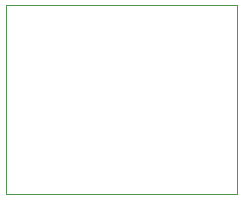
<source format=gbr>
G04 #@! TF.GenerationSoftware,KiCad,Pcbnew,(5.1.5)-3*
G04 #@! TF.CreationDate,2021-11-01T22:29:24-04:00*
G04 #@! TF.ProjectId,MakeNateAMillionDollars,4d616b65-4e61-4746-9541-4d696c6c696f,rev?*
G04 #@! TF.SameCoordinates,Original*
G04 #@! TF.FileFunction,Profile,NP*
%FSLAX46Y46*%
G04 Gerber Fmt 4.6, Leading zero omitted, Abs format (unit mm)*
G04 Created by KiCad (PCBNEW (5.1.5)-3) date 2021-11-01 22:29:24*
%MOMM*%
%LPD*%
G04 APERTURE LIST*
%ADD10C,0.100000*%
G04 APERTURE END LIST*
D10*
X160000000Y-109250000D02*
X140500000Y-109250000D01*
X140500000Y-109250000D02*
X140500000Y-93250000D01*
X140500000Y-93250000D02*
X160000000Y-93250000D01*
X160000000Y-93250000D02*
X160000000Y-109250000D01*
M02*

</source>
